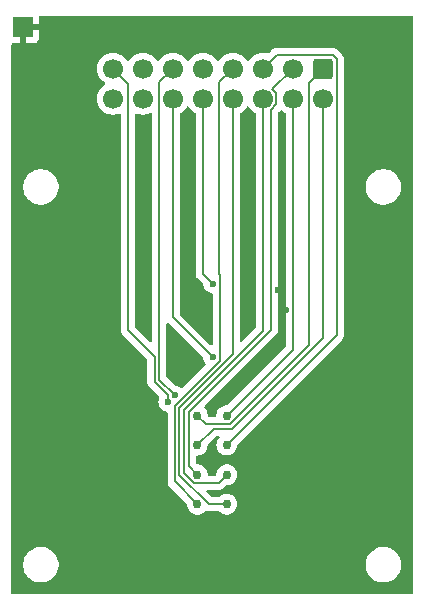
<source format=gbl>
G04 #@! TF.GenerationSoftware,KiCad,Pcbnew,8.0.5*
G04 #@! TF.CreationDate,2024-12-03T22:20:25-06:00*
G04 #@! TF.ProjectId,project,70726f6a-6563-4742-9e6b-696361645f70,rev?*
G04 #@! TF.SameCoordinates,Original*
G04 #@! TF.FileFunction,Copper,L2,Bot*
G04 #@! TF.FilePolarity,Positive*
%FSLAX46Y46*%
G04 Gerber Fmt 4.6, Leading zero omitted, Abs format (unit mm)*
G04 Created by KiCad (PCBNEW 8.0.5) date 2024-12-03 22:20:25*
%MOMM*%
%LPD*%
G01*
G04 APERTURE LIST*
G04 Aperture macros list*
%AMRoundRect*
0 Rectangle with rounded corners*
0 $1 Rounding radius*
0 $2 $3 $4 $5 $6 $7 $8 $9 X,Y pos of 4 corners*
0 Add a 4 corners polygon primitive as box body*
4,1,4,$2,$3,$4,$5,$6,$7,$8,$9,$2,$3,0*
0 Add four circle primitives for the rounded corners*
1,1,$1+$1,$2,$3*
1,1,$1+$1,$4,$5*
1,1,$1+$1,$6,$7*
1,1,$1+$1,$8,$9*
0 Add four rect primitives between the rounded corners*
20,1,$1+$1,$2,$3,$4,$5,0*
20,1,$1+$1,$4,$5,$6,$7,0*
20,1,$1+$1,$6,$7,$8,$9,0*
20,1,$1+$1,$8,$9,$2,$3,0*%
G04 Aperture macros list end*
G04 #@! TA.AperFunction,ComponentPad*
%ADD10R,1.700000X1.700000*%
G04 #@! TD*
G04 #@! TA.AperFunction,ComponentPad*
%ADD11RoundRect,0.250000X-0.600000X0.600000X-0.600000X-0.600000X0.600000X-0.600000X0.600000X0.600000X0*%
G04 #@! TD*
G04 #@! TA.AperFunction,ComponentPad*
%ADD12C,1.700000*%
G04 #@! TD*
G04 #@! TA.AperFunction,ComponentPad*
%ADD13C,0.750000*%
G04 #@! TD*
G04 #@! TA.AperFunction,ViaPad*
%ADD14C,0.600000*%
G04 #@! TD*
G04 #@! TA.AperFunction,Conductor*
%ADD15C,0.200000*%
G04 #@! TD*
G04 APERTURE END LIST*
D10*
X49780000Y-57465000D03*
D11*
X75160000Y-60965000D03*
D12*
X75160000Y-63505000D03*
X72620000Y-60965000D03*
X72620000Y-63505000D03*
X70080000Y-60965000D03*
X70080000Y-63505000D03*
X67540000Y-60965000D03*
X67540000Y-63505000D03*
X65000000Y-60965000D03*
X65000000Y-63505000D03*
X62460000Y-60965000D03*
X62460000Y-63505000D03*
X59920000Y-60965000D03*
X59920000Y-63505000D03*
X57380000Y-60965000D03*
X57380000Y-63505000D03*
D13*
X64530000Y-90335000D03*
X64530000Y-92835000D03*
X64530000Y-95335000D03*
X67030000Y-90335000D03*
X67030000Y-92835000D03*
X67030000Y-95335000D03*
X64530000Y-97835000D03*
X67030000Y-97835000D03*
D14*
X66579032Y-88579813D03*
X69025626Y-70088560D03*
X59780000Y-75465000D03*
X60280000Y-69465000D03*
X68780000Y-74965000D03*
X63780000Y-74965000D03*
X63780000Y-67965000D03*
X69780000Y-91465000D03*
X62280000Y-83465000D03*
X71380000Y-79736872D03*
X72020000Y-81363927D03*
X70280000Y-85465000D03*
X57715492Y-72890567D03*
X62635400Y-88633400D03*
X62035400Y-89179163D03*
X65840900Y-79165200D03*
X65827600Y-85387500D03*
D15*
X71780000Y-81123927D02*
X72020000Y-81363927D01*
X71380000Y-79736872D02*
X71780000Y-80136872D01*
X71780000Y-80136872D02*
X71780000Y-81123927D01*
X71230000Y-63981346D02*
X71230000Y-63028654D01*
X70780000Y-83056900D02*
X70780000Y-64431346D01*
X63829000Y-94634000D02*
X63829000Y-90007900D01*
X63829000Y-90007900D02*
X70780000Y-83056900D01*
X70780000Y-64431346D02*
X71230000Y-63981346D01*
X71230000Y-63028654D02*
X70893173Y-62691827D01*
X64530000Y-95335000D02*
X63829000Y-94634000D01*
X70893173Y-62691827D02*
X72620000Y-60965000D01*
X58650000Y-62235000D02*
X57380000Y-60965000D01*
X58650000Y-83095000D02*
X58650000Y-62235000D01*
X60909800Y-85354800D02*
X58650000Y-83095000D01*
X60909800Y-87473486D02*
X60909800Y-85354800D01*
X62035400Y-88599086D02*
X60909800Y-87473486D01*
X62035400Y-89179163D02*
X62035400Y-88599086D01*
X62635400Y-88633400D02*
X61309800Y-87307800D01*
X61309800Y-62115200D02*
X62460000Y-60965000D01*
X61309800Y-87307800D02*
X61309800Y-62115200D01*
X62608400Y-89509100D02*
X62608400Y-95913400D01*
X66441200Y-78382500D02*
X66441200Y-85676300D01*
X66386500Y-78327800D02*
X66441200Y-78382500D01*
X62608400Y-95913400D02*
X64530000Y-97835000D01*
X66386500Y-62118500D02*
X66386500Y-78327800D01*
X67540000Y-60965000D02*
X66386500Y-62118500D01*
X66441200Y-85676300D02*
X62608400Y-89509100D01*
X65926600Y-91438400D02*
X67486800Y-91438400D01*
X64530000Y-92835000D02*
X65926600Y-91438400D01*
X67486800Y-91438400D02*
X75160000Y-83765200D01*
X75160000Y-83765200D02*
X75160000Y-63505000D01*
X72620000Y-63505000D02*
X72620000Y-84745000D01*
X72620000Y-84745000D02*
X67030000Y-90335000D01*
X64231800Y-96016000D02*
X63428800Y-95213000D01*
X67030000Y-95335000D02*
X66349000Y-96016000D01*
X63428800Y-95213000D02*
X63428800Y-89820300D01*
X63428800Y-89820300D02*
X70080000Y-83169100D01*
X66349000Y-96016000D02*
X64231800Y-96016000D01*
X70080000Y-83169100D02*
X70080000Y-63505000D01*
X76338400Y-60152800D02*
X75986700Y-59801100D01*
X67030000Y-92835000D02*
X76338400Y-83526600D01*
X75986700Y-59801100D02*
X71243900Y-59801100D01*
X71243900Y-59801100D02*
X70080000Y-60965000D01*
X76338400Y-83526600D02*
X76338400Y-60152800D01*
X65000000Y-63505000D02*
X65000000Y-78324300D01*
X65000000Y-78324300D02*
X65840900Y-79165200D01*
X62460000Y-63505000D02*
X62460000Y-82019900D01*
X62460000Y-82019900D02*
X65827600Y-85387500D01*
X65233100Y-91038100D02*
X64530000Y-90335000D01*
X67308600Y-91038100D02*
X65233100Y-91038100D01*
X73960800Y-84385900D02*
X67308600Y-91038100D01*
X73960800Y-62164200D02*
X73960800Y-84385900D01*
X75160000Y-60965000D02*
X73960800Y-62164200D01*
X65484900Y-97835000D02*
X67030000Y-97835000D01*
X67540000Y-63505000D02*
X67540000Y-85143400D01*
X63008600Y-89674800D02*
X63008600Y-95358700D01*
X67540000Y-85143400D02*
X63008600Y-89674800D01*
X63008600Y-95358700D02*
X65484900Y-97835000D01*
G04 #@! TA.AperFunction,Conductor*
G36*
X71676176Y-64486918D02*
G01*
X71720523Y-64515419D01*
X71748599Y-64543495D01*
X71830699Y-64600982D01*
X71942165Y-64679032D01*
X71942167Y-64679033D01*
X71942170Y-64679035D01*
X71947898Y-64681706D01*
X72000339Y-64727872D01*
X72019500Y-64794090D01*
X72019500Y-84444903D01*
X71999815Y-84511942D01*
X71983181Y-84532584D01*
X67092584Y-89423181D01*
X67031261Y-89456666D01*
X67004903Y-89459500D01*
X66937981Y-89459500D01*
X66757966Y-89497763D01*
X66757961Y-89497765D01*
X66589839Y-89572619D01*
X66589834Y-89572621D01*
X66440951Y-89680791D01*
X66440949Y-89680793D01*
X66317804Y-89817561D01*
X66225786Y-89976940D01*
X66225783Y-89976946D01*
X66188257Y-90092442D01*
X66168915Y-90151971D01*
X66150617Y-90326066D01*
X66150565Y-90326562D01*
X66123980Y-90391176D01*
X66066683Y-90431161D01*
X66027244Y-90437600D01*
X65533198Y-90437600D01*
X65466159Y-90417915D01*
X65445517Y-90401281D01*
X65445022Y-90400786D01*
X65411537Y-90339463D01*
X65409384Y-90326084D01*
X65391085Y-90151971D01*
X65340500Y-89996287D01*
X65334216Y-89976946D01*
X65334213Y-89976940D01*
X65242195Y-89817560D01*
X65143912Y-89708405D01*
X65113682Y-89645413D01*
X65122308Y-89576078D01*
X65148378Y-89537755D01*
X71138506Y-83547628D01*
X71138511Y-83547624D01*
X71148714Y-83537420D01*
X71148716Y-83537420D01*
X71260520Y-83425616D01*
X71339577Y-83288684D01*
X71380500Y-83135957D01*
X71380500Y-64731442D01*
X71400185Y-64664403D01*
X71416815Y-64643765D01*
X71545161Y-64515418D01*
X71606484Y-64481934D01*
X71676176Y-64486918D01*
G37*
G04 #@! TD.AperFunction*
G04 #@! TA.AperFunction,Conductor*
G36*
X62115503Y-82525084D02*
G01*
X62121981Y-82531116D01*
X64996898Y-85406034D01*
X65030383Y-85467357D01*
X65032437Y-85479831D01*
X65042230Y-85566749D01*
X65101810Y-85737021D01*
X65197784Y-85889762D01*
X65200462Y-85892440D01*
X65201639Y-85894595D01*
X65202125Y-85895205D01*
X65202018Y-85895290D01*
X65233947Y-85953763D01*
X65228963Y-86023455D01*
X65200462Y-86067802D01*
X63285590Y-87982673D01*
X63224267Y-88016158D01*
X63154575Y-88011174D01*
X63131937Y-87999986D01*
X62984922Y-87907610D01*
X62814649Y-87848030D01*
X62727730Y-87838237D01*
X62663316Y-87811170D01*
X62653933Y-87802698D01*
X61946619Y-87095384D01*
X61913134Y-87034061D01*
X61910300Y-87007703D01*
X61910300Y-82618797D01*
X61929985Y-82551758D01*
X61982789Y-82506003D01*
X62051947Y-82496059D01*
X62115503Y-82525084D01*
G37*
G04 #@! TD.AperFunction*
G04 #@! TA.AperFunction,Conductor*
G36*
X63814855Y-64171546D02*
G01*
X63831575Y-64190842D01*
X63961500Y-64376395D01*
X63961505Y-64376401D01*
X64128599Y-64543495D01*
X64210699Y-64600982D01*
X64322165Y-64679032D01*
X64322167Y-64679033D01*
X64322170Y-64679035D01*
X64327898Y-64681706D01*
X64380339Y-64727872D01*
X64399500Y-64794090D01*
X64399500Y-78237630D01*
X64399499Y-78237648D01*
X64399499Y-78403354D01*
X64399498Y-78403354D01*
X64440423Y-78556085D01*
X64442446Y-78559589D01*
X64442447Y-78559591D01*
X64519477Y-78693012D01*
X64519481Y-78693017D01*
X64638349Y-78811885D01*
X64638355Y-78811890D01*
X65010198Y-79183733D01*
X65043683Y-79245056D01*
X65045737Y-79257530D01*
X65055530Y-79344449D01*
X65115110Y-79514721D01*
X65115111Y-79514722D01*
X65211084Y-79667462D01*
X65338638Y-79795016D01*
X65491378Y-79890989D01*
X65661645Y-79950568D01*
X65730585Y-79958335D01*
X65794996Y-79985400D01*
X65834552Y-80042995D01*
X65840700Y-80081555D01*
X65840700Y-84252002D01*
X65821015Y-84319041D01*
X65768211Y-84364796D01*
X65699053Y-84374740D01*
X65635497Y-84345715D01*
X65629019Y-84339683D01*
X63096819Y-81807483D01*
X63063334Y-81746160D01*
X63060500Y-81719802D01*
X63060500Y-64794090D01*
X63080185Y-64727051D01*
X63132101Y-64681706D01*
X63137830Y-64679035D01*
X63331401Y-64543495D01*
X63498495Y-64376401D01*
X63628425Y-64190842D01*
X63683002Y-64147217D01*
X63752500Y-64140023D01*
X63814855Y-64171546D01*
G37*
G04 #@! TD.AperFunction*
G04 #@! TA.AperFunction,Conductor*
G36*
X60665756Y-64727341D02*
G01*
X60703996Y-64785818D01*
X60709300Y-64821696D01*
X60709300Y-84005703D01*
X60689615Y-84072742D01*
X60636811Y-84118497D01*
X60567653Y-84128441D01*
X60504097Y-84099416D01*
X60497619Y-84093384D01*
X59286819Y-82882584D01*
X59253334Y-82821261D01*
X59250500Y-82794903D01*
X59250500Y-64877560D01*
X59270185Y-64810521D01*
X59322989Y-64764766D01*
X59392147Y-64754822D01*
X59426900Y-64765176D01*
X59456337Y-64778903D01*
X59684592Y-64840063D01*
X59872918Y-64856539D01*
X59919999Y-64860659D01*
X59920000Y-64860659D01*
X59920001Y-64860659D01*
X59959234Y-64857226D01*
X60155408Y-64840063D01*
X60383663Y-64778903D01*
X60532897Y-64709313D01*
X60601972Y-64698822D01*
X60665756Y-64727341D01*
G37*
G04 #@! TD.AperFunction*
G04 #@! TA.AperFunction,Conductor*
G36*
X68894855Y-64171546D02*
G01*
X68911575Y-64190842D01*
X69041500Y-64376395D01*
X69041505Y-64376401D01*
X69208599Y-64543495D01*
X69290699Y-64600982D01*
X69402165Y-64679032D01*
X69402167Y-64679033D01*
X69402170Y-64679035D01*
X69407898Y-64681706D01*
X69460339Y-64727872D01*
X69479500Y-64794090D01*
X69479500Y-82869003D01*
X69459815Y-82936042D01*
X69443181Y-82956684D01*
X68352181Y-84047684D01*
X68290858Y-84081169D01*
X68221166Y-84076185D01*
X68165233Y-84034313D01*
X68140816Y-83968849D01*
X68140500Y-83960003D01*
X68140500Y-64794090D01*
X68160185Y-64727051D01*
X68212101Y-64681706D01*
X68217830Y-64679035D01*
X68411401Y-64543495D01*
X68578495Y-64376401D01*
X68708425Y-64190842D01*
X68763002Y-64147217D01*
X68832500Y-64140023D01*
X68894855Y-64171546D01*
G37*
G04 #@! TD.AperFunction*
G04 #@! TA.AperFunction,Conductor*
G36*
X82722539Y-56485185D02*
G01*
X82768294Y-56537989D01*
X82779500Y-56589500D01*
X82779500Y-105340500D01*
X82759815Y-105407539D01*
X82707011Y-105453294D01*
X82655500Y-105464500D01*
X48904500Y-105464500D01*
X48837461Y-105444815D01*
X48791706Y-105392011D01*
X48780500Y-105340500D01*
X48780500Y-102846902D01*
X49779500Y-102846902D01*
X49779500Y-103083097D01*
X49816446Y-103316368D01*
X49889433Y-103540996D01*
X49996657Y-103751433D01*
X50135483Y-103942510D01*
X50302490Y-104109517D01*
X50493567Y-104248343D01*
X50592991Y-104299002D01*
X50704003Y-104355566D01*
X50704005Y-104355566D01*
X50704008Y-104355568D01*
X50824412Y-104394689D01*
X50928631Y-104428553D01*
X51161903Y-104465500D01*
X51161908Y-104465500D01*
X51398097Y-104465500D01*
X51631368Y-104428553D01*
X51855992Y-104355568D01*
X52066433Y-104248343D01*
X52257510Y-104109517D01*
X52424517Y-103942510D01*
X52563343Y-103751433D01*
X52670568Y-103540992D01*
X52743553Y-103316368D01*
X52780500Y-103083097D01*
X52780500Y-102846902D01*
X78779500Y-102846902D01*
X78779500Y-103083097D01*
X78816446Y-103316368D01*
X78889433Y-103540996D01*
X78996657Y-103751433D01*
X79135483Y-103942510D01*
X79302490Y-104109517D01*
X79493567Y-104248343D01*
X79592991Y-104299002D01*
X79704003Y-104355566D01*
X79704005Y-104355566D01*
X79704008Y-104355568D01*
X79824412Y-104394689D01*
X79928631Y-104428553D01*
X80161903Y-104465500D01*
X80161908Y-104465500D01*
X80398097Y-104465500D01*
X80631368Y-104428553D01*
X80855992Y-104355568D01*
X81066433Y-104248343D01*
X81257510Y-104109517D01*
X81424517Y-103942510D01*
X81563343Y-103751433D01*
X81670568Y-103540992D01*
X81743553Y-103316368D01*
X81780500Y-103083097D01*
X81780500Y-102846902D01*
X81743553Y-102613631D01*
X81670566Y-102389003D01*
X81563342Y-102178566D01*
X81424517Y-101987490D01*
X81257510Y-101820483D01*
X81066433Y-101681657D01*
X80855996Y-101574433D01*
X80631368Y-101501446D01*
X80398097Y-101464500D01*
X80398092Y-101464500D01*
X80161908Y-101464500D01*
X80161903Y-101464500D01*
X79928631Y-101501446D01*
X79704003Y-101574433D01*
X79493566Y-101681657D01*
X79384550Y-101760862D01*
X79302490Y-101820483D01*
X79302488Y-101820485D01*
X79302487Y-101820485D01*
X79135485Y-101987487D01*
X79135485Y-101987488D01*
X79135483Y-101987490D01*
X79075862Y-102069550D01*
X78996657Y-102178566D01*
X78889433Y-102389003D01*
X78816446Y-102613631D01*
X78779500Y-102846902D01*
X52780500Y-102846902D01*
X52743553Y-102613631D01*
X52670566Y-102389003D01*
X52563342Y-102178566D01*
X52424517Y-101987490D01*
X52257510Y-101820483D01*
X52066433Y-101681657D01*
X51855996Y-101574433D01*
X51631368Y-101501446D01*
X51398097Y-101464500D01*
X51398092Y-101464500D01*
X51161908Y-101464500D01*
X51161903Y-101464500D01*
X50928631Y-101501446D01*
X50704003Y-101574433D01*
X50493566Y-101681657D01*
X50384550Y-101760862D01*
X50302490Y-101820483D01*
X50302488Y-101820485D01*
X50302487Y-101820485D01*
X50135485Y-101987487D01*
X50135485Y-101987488D01*
X50135483Y-101987490D01*
X50075862Y-102069550D01*
X49996657Y-102178566D01*
X49889433Y-102389003D01*
X49816446Y-102613631D01*
X49779500Y-102846902D01*
X48780500Y-102846902D01*
X48780500Y-70846902D01*
X49779500Y-70846902D01*
X49779500Y-71083097D01*
X49816446Y-71316368D01*
X49889433Y-71540996D01*
X49996657Y-71751433D01*
X50135483Y-71942510D01*
X50302490Y-72109517D01*
X50493567Y-72248343D01*
X50592991Y-72299002D01*
X50704003Y-72355566D01*
X50704005Y-72355566D01*
X50704008Y-72355568D01*
X50824412Y-72394689D01*
X50928631Y-72428553D01*
X51161903Y-72465500D01*
X51161908Y-72465500D01*
X51398097Y-72465500D01*
X51631368Y-72428553D01*
X51855992Y-72355568D01*
X52066433Y-72248343D01*
X52257510Y-72109517D01*
X52424517Y-71942510D01*
X52563343Y-71751433D01*
X52670568Y-71540992D01*
X52743553Y-71316368D01*
X52780500Y-71083097D01*
X52780500Y-70846902D01*
X52743553Y-70613631D01*
X52670566Y-70389003D01*
X52563342Y-70178566D01*
X52424517Y-69987490D01*
X52257510Y-69820483D01*
X52066433Y-69681657D01*
X51855996Y-69574433D01*
X51631368Y-69501446D01*
X51398097Y-69464500D01*
X51398092Y-69464500D01*
X51161908Y-69464500D01*
X51161903Y-69464500D01*
X50928631Y-69501446D01*
X50704003Y-69574433D01*
X50493566Y-69681657D01*
X50384550Y-69760862D01*
X50302490Y-69820483D01*
X50302488Y-69820485D01*
X50302487Y-69820485D01*
X50135485Y-69987487D01*
X50135485Y-69987488D01*
X50135483Y-69987490D01*
X50075862Y-70069550D01*
X49996657Y-70178566D01*
X49889433Y-70389003D01*
X49816446Y-70613631D01*
X49779500Y-70846902D01*
X48780500Y-70846902D01*
X48780500Y-60964999D01*
X56024341Y-60964999D01*
X56024341Y-60965000D01*
X56044936Y-61200403D01*
X56044938Y-61200413D01*
X56106094Y-61428655D01*
X56106096Y-61428659D01*
X56106097Y-61428663D01*
X56110000Y-61437032D01*
X56205965Y-61642830D01*
X56205967Y-61642834D01*
X56314281Y-61797521D01*
X56341501Y-61836396D01*
X56341506Y-61836402D01*
X56508597Y-62003493D01*
X56508603Y-62003498D01*
X56694158Y-62133425D01*
X56737783Y-62188002D01*
X56744977Y-62257500D01*
X56713454Y-62319855D01*
X56694158Y-62336575D01*
X56508597Y-62466505D01*
X56341505Y-62633597D01*
X56205965Y-62827169D01*
X56205964Y-62827171D01*
X56106098Y-63041335D01*
X56106094Y-63041344D01*
X56044938Y-63269586D01*
X56044936Y-63269596D01*
X56024341Y-63504999D01*
X56024341Y-63505000D01*
X56044936Y-63740403D01*
X56044938Y-63740413D01*
X56106094Y-63968655D01*
X56106096Y-63968659D01*
X56106097Y-63968663D01*
X56110000Y-63977032D01*
X56205965Y-64182830D01*
X56205967Y-64182834D01*
X56314281Y-64337521D01*
X56341505Y-64376401D01*
X56508599Y-64543495D01*
X56590699Y-64600982D01*
X56702165Y-64679032D01*
X56702167Y-64679033D01*
X56702170Y-64679035D01*
X56916337Y-64778903D01*
X57144592Y-64840063D01*
X57332918Y-64856539D01*
X57379999Y-64860659D01*
X57380000Y-64860659D01*
X57380001Y-64860659D01*
X57419234Y-64857226D01*
X57615408Y-64840063D01*
X57843663Y-64778903D01*
X57873097Y-64765177D01*
X57942171Y-64754686D01*
X58005956Y-64783205D01*
X58044196Y-64841681D01*
X58049500Y-64877560D01*
X58049500Y-83008330D01*
X58049499Y-83008348D01*
X58049499Y-83174054D01*
X58049498Y-83174054D01*
X58090423Y-83326785D01*
X58119358Y-83376900D01*
X58119359Y-83376904D01*
X58119360Y-83376904D01*
X58169479Y-83463714D01*
X58169481Y-83463717D01*
X58288349Y-83582585D01*
X58288355Y-83582590D01*
X60272981Y-85567216D01*
X60306466Y-85628539D01*
X60309300Y-85654897D01*
X60309300Y-87386816D01*
X60309299Y-87386834D01*
X60309299Y-87552540D01*
X60309298Y-87552540D01*
X60350223Y-87705271D01*
X60379158Y-87755386D01*
X60379159Y-87755390D01*
X60379160Y-87755390D01*
X60429279Y-87842200D01*
X60429281Y-87842203D01*
X60548149Y-87961071D01*
X60548155Y-87961076D01*
X61282280Y-88695202D01*
X61315765Y-88756525D01*
X61311641Y-88823837D01*
X61250032Y-88999905D01*
X61250030Y-88999913D01*
X61229835Y-89179159D01*
X61229835Y-89179166D01*
X61250030Y-89358412D01*
X61250031Y-89358417D01*
X61309611Y-89528686D01*
X61339390Y-89576078D01*
X61405584Y-89681425D01*
X61533138Y-89808979D01*
X61685878Y-89904952D01*
X61856145Y-89964531D01*
X61897784Y-89969222D01*
X61962195Y-89996287D01*
X62001752Y-90053881D01*
X62007900Y-90092442D01*
X62007900Y-95826730D01*
X62007899Y-95826748D01*
X62007899Y-95992454D01*
X62007898Y-95992454D01*
X62007899Y-95992457D01*
X62036013Y-96097380D01*
X62048824Y-96145187D01*
X62064440Y-96172234D01*
X62064441Y-96172236D01*
X62127877Y-96282112D01*
X62127881Y-96282117D01*
X62246749Y-96400985D01*
X62246755Y-96400990D01*
X63614977Y-97769213D01*
X63648462Y-97830536D01*
X63650616Y-97843928D01*
X63668915Y-98018029D01*
X63668916Y-98018032D01*
X63725783Y-98193053D01*
X63725786Y-98193059D01*
X63817805Y-98352440D01*
X63892592Y-98435500D01*
X63940949Y-98489206D01*
X63940951Y-98489208D01*
X64089834Y-98597378D01*
X64089835Y-98597378D01*
X64089839Y-98597381D01*
X64226953Y-98658428D01*
X64257961Y-98672234D01*
X64257966Y-98672236D01*
X64437981Y-98710500D01*
X64622019Y-98710500D01*
X64802034Y-98672236D01*
X64970161Y-98597381D01*
X65119050Y-98489207D01*
X65162906Y-98440499D01*
X65222392Y-98403851D01*
X65287147Y-98403696D01*
X65405843Y-98435501D01*
X65405846Y-98435501D01*
X65571553Y-98435501D01*
X65571569Y-98435500D01*
X66337383Y-98435500D01*
X66404422Y-98455185D01*
X66429533Y-98476528D01*
X66440944Y-98489202D01*
X66440951Y-98489208D01*
X66589834Y-98597378D01*
X66589835Y-98597378D01*
X66589839Y-98597381D01*
X66726953Y-98658428D01*
X66757961Y-98672234D01*
X66757966Y-98672236D01*
X66937981Y-98710500D01*
X67122019Y-98710500D01*
X67302034Y-98672236D01*
X67470161Y-98597381D01*
X67619050Y-98489207D01*
X67742195Y-98352440D01*
X67834214Y-98193059D01*
X67891085Y-98018029D01*
X67910322Y-97835000D01*
X67891085Y-97651971D01*
X67834214Y-97476941D01*
X67742195Y-97317560D01*
X67619050Y-97180793D01*
X67619048Y-97180791D01*
X67470165Y-97072621D01*
X67470162Y-97072619D01*
X67470161Y-97072619D01*
X67409112Y-97045438D01*
X67302038Y-96997765D01*
X67302033Y-96997763D01*
X67122019Y-96959500D01*
X66937981Y-96959500D01*
X66757966Y-96997763D01*
X66757961Y-96997765D01*
X66589839Y-97072619D01*
X66589834Y-97072621D01*
X66440951Y-97180791D01*
X66440944Y-97180797D01*
X66429533Y-97193472D01*
X66370047Y-97230121D01*
X66337383Y-97234500D01*
X65784997Y-97234500D01*
X65717958Y-97214815D01*
X65697316Y-97198181D01*
X65327316Y-96828181D01*
X65293831Y-96766858D01*
X65298815Y-96697166D01*
X65340687Y-96641233D01*
X65406151Y-96616816D01*
X65414997Y-96616500D01*
X66262331Y-96616500D01*
X66262347Y-96616501D01*
X66269943Y-96616501D01*
X66428054Y-96616501D01*
X66428057Y-96616501D01*
X66580785Y-96575577D01*
X66630904Y-96546639D01*
X66717716Y-96496520D01*
X66829520Y-96384716D01*
X66829521Y-96384713D01*
X66967417Y-96246817D01*
X67028740Y-96213334D01*
X67055097Y-96210500D01*
X67122019Y-96210500D01*
X67302034Y-96172236D01*
X67470161Y-96097381D01*
X67619050Y-95989207D01*
X67742195Y-95852440D01*
X67834214Y-95693059D01*
X67891085Y-95518029D01*
X67910322Y-95335000D01*
X67891085Y-95151971D01*
X67834214Y-94976941D01*
X67742195Y-94817560D01*
X67619050Y-94680793D01*
X67619048Y-94680791D01*
X67470165Y-94572621D01*
X67470162Y-94572619D01*
X67470161Y-94572619D01*
X67409112Y-94545438D01*
X67302038Y-94497765D01*
X67302033Y-94497763D01*
X67122019Y-94459500D01*
X66937981Y-94459500D01*
X66757966Y-94497763D01*
X66757961Y-94497765D01*
X66589839Y-94572619D01*
X66589834Y-94572621D01*
X66440951Y-94680791D01*
X66440949Y-94680793D01*
X66317804Y-94817561D01*
X66225786Y-94976940D01*
X66225783Y-94976946D01*
X66168916Y-95151967D01*
X66168915Y-95151971D01*
X66152888Y-95304462D01*
X66126303Y-95369076D01*
X66069006Y-95409061D01*
X66029567Y-95415500D01*
X65530433Y-95415500D01*
X65463394Y-95395815D01*
X65417639Y-95343011D01*
X65407112Y-95304462D01*
X65391085Y-95151971D01*
X65334214Y-94976941D01*
X65242195Y-94817560D01*
X65119050Y-94680793D01*
X65119048Y-94680791D01*
X64970165Y-94572621D01*
X64970162Y-94572619D01*
X64970161Y-94572619D01*
X64909112Y-94545438D01*
X64802038Y-94497765D01*
X64802033Y-94497763D01*
X64622019Y-94459500D01*
X64555098Y-94459500D01*
X64488059Y-94439815D01*
X64467389Y-94423154D01*
X64465791Y-94421555D01*
X64432326Y-94360221D01*
X64429500Y-94333901D01*
X64429500Y-93834500D01*
X64449185Y-93767461D01*
X64501989Y-93721706D01*
X64553500Y-93710500D01*
X64622019Y-93710500D01*
X64802034Y-93672236D01*
X64970161Y-93597381D01*
X65119050Y-93489207D01*
X65242195Y-93352440D01*
X65334214Y-93193059D01*
X65391085Y-93018029D01*
X65409383Y-92843926D01*
X65435966Y-92779316D01*
X65445012Y-92769221D01*
X66139017Y-92075219D01*
X66200340Y-92041734D01*
X66226698Y-92038900D01*
X66290203Y-92038900D01*
X66357242Y-92058585D01*
X66402997Y-92111389D01*
X66412941Y-92180547D01*
X66383916Y-92244103D01*
X66382353Y-92245872D01*
X66317804Y-92317561D01*
X66225786Y-92476940D01*
X66225783Y-92476946D01*
X66168916Y-92651967D01*
X66168915Y-92651971D01*
X66149678Y-92835000D01*
X66168915Y-93018029D01*
X66168916Y-93018032D01*
X66225783Y-93193053D01*
X66225786Y-93193059D01*
X66317805Y-93352440D01*
X66427327Y-93474077D01*
X66440949Y-93489206D01*
X66440951Y-93489208D01*
X66589834Y-93597378D01*
X66589835Y-93597378D01*
X66589839Y-93597381D01*
X66726953Y-93658428D01*
X66757961Y-93672234D01*
X66757966Y-93672236D01*
X66937981Y-93710500D01*
X67122019Y-93710500D01*
X67302034Y-93672236D01*
X67470161Y-93597381D01*
X67619050Y-93489207D01*
X67742195Y-93352440D01*
X67834214Y-93193059D01*
X67891085Y-93018029D01*
X67909383Y-92843928D01*
X67935968Y-92779316D01*
X67945023Y-92769211D01*
X69505537Y-91208697D01*
X76818920Y-83895316D01*
X76897977Y-83758384D01*
X76938901Y-83605657D01*
X76938901Y-83447542D01*
X76938901Y-83439947D01*
X76938900Y-83439929D01*
X76938900Y-70846902D01*
X78779500Y-70846902D01*
X78779500Y-71083097D01*
X78816446Y-71316368D01*
X78889433Y-71540996D01*
X78996657Y-71751433D01*
X79135483Y-71942510D01*
X79302490Y-72109517D01*
X79493567Y-72248343D01*
X79592991Y-72299002D01*
X79704003Y-72355566D01*
X79704005Y-72355566D01*
X79704008Y-72355568D01*
X79824412Y-72394689D01*
X79928631Y-72428553D01*
X80161903Y-72465500D01*
X80161908Y-72465500D01*
X80398097Y-72465500D01*
X80631368Y-72428553D01*
X80855992Y-72355568D01*
X81066433Y-72248343D01*
X81257510Y-72109517D01*
X81424517Y-71942510D01*
X81563343Y-71751433D01*
X81670568Y-71540992D01*
X81743553Y-71316368D01*
X81780500Y-71083097D01*
X81780500Y-70846902D01*
X81743553Y-70613631D01*
X81670566Y-70389003D01*
X81563342Y-70178566D01*
X81424517Y-69987490D01*
X81257510Y-69820483D01*
X81066433Y-69681657D01*
X80855996Y-69574433D01*
X80631368Y-69501446D01*
X80398097Y-69464500D01*
X80398092Y-69464500D01*
X80161908Y-69464500D01*
X80161903Y-69464500D01*
X79928631Y-69501446D01*
X79704003Y-69574433D01*
X79493566Y-69681657D01*
X79384550Y-69760862D01*
X79302490Y-69820483D01*
X79302488Y-69820485D01*
X79302487Y-69820485D01*
X79135485Y-69987487D01*
X79135485Y-69987488D01*
X79135483Y-69987490D01*
X79075862Y-70069550D01*
X78996657Y-70178566D01*
X78889433Y-70389003D01*
X78816446Y-70613631D01*
X78779500Y-70846902D01*
X76938900Y-70846902D01*
X76938900Y-60241859D01*
X76938901Y-60241846D01*
X76938901Y-60073745D01*
X76938901Y-60073743D01*
X76897977Y-59921015D01*
X76869039Y-59870895D01*
X76818920Y-59784084D01*
X76707116Y-59672280D01*
X76707115Y-59672279D01*
X76702785Y-59667949D01*
X76702774Y-59667939D01*
X76474290Y-59439455D01*
X76474288Y-59439452D01*
X76355417Y-59320581D01*
X76355416Y-59320580D01*
X76268604Y-59270460D01*
X76268604Y-59270459D01*
X76268600Y-59270458D01*
X76218485Y-59241523D01*
X76065757Y-59200599D01*
X75907643Y-59200599D01*
X75900047Y-59200599D01*
X75900031Y-59200600D01*
X71322957Y-59200600D01*
X71164843Y-59200600D01*
X71012115Y-59241523D01*
X71012114Y-59241523D01*
X71012112Y-59241524D01*
X71012109Y-59241525D01*
X70961996Y-59270459D01*
X70961995Y-59270460D01*
X70918589Y-59295520D01*
X70875185Y-59320579D01*
X70875182Y-59320581D01*
X70763378Y-59432386D01*
X70563530Y-59632233D01*
X70502207Y-59665718D01*
X70443756Y-59664327D01*
X70315413Y-59629938D01*
X70315403Y-59629936D01*
X70080001Y-59609341D01*
X70079999Y-59609341D01*
X69844596Y-59629936D01*
X69844586Y-59629938D01*
X69616344Y-59691094D01*
X69616335Y-59691098D01*
X69402171Y-59790964D01*
X69402169Y-59790965D01*
X69208597Y-59926505D01*
X69041505Y-60093597D01*
X68911575Y-60279158D01*
X68856998Y-60322783D01*
X68787500Y-60329977D01*
X68725145Y-60298454D01*
X68708425Y-60279158D01*
X68578494Y-60093597D01*
X68411402Y-59926506D01*
X68411395Y-59926501D01*
X68217834Y-59790967D01*
X68217830Y-59790965D01*
X68203074Y-59784084D01*
X68003663Y-59691097D01*
X68003659Y-59691096D01*
X68003655Y-59691094D01*
X67775413Y-59629938D01*
X67775403Y-59629936D01*
X67540001Y-59609341D01*
X67539999Y-59609341D01*
X67304596Y-59629936D01*
X67304586Y-59629938D01*
X67076344Y-59691094D01*
X67076335Y-59691098D01*
X66862171Y-59790964D01*
X66862169Y-59790965D01*
X66668597Y-59926505D01*
X66501505Y-60093597D01*
X66371575Y-60279158D01*
X66316998Y-60322783D01*
X66247500Y-60329977D01*
X66185145Y-60298454D01*
X66168425Y-60279158D01*
X66038494Y-60093597D01*
X65871402Y-59926506D01*
X65871395Y-59926501D01*
X65677834Y-59790967D01*
X65677830Y-59790965D01*
X65663074Y-59784084D01*
X65463663Y-59691097D01*
X65463659Y-59691096D01*
X65463655Y-59691094D01*
X65235413Y-59629938D01*
X65235403Y-59629936D01*
X65000001Y-59609341D01*
X64999999Y-59609341D01*
X64764596Y-59629936D01*
X64764586Y-59629938D01*
X64536344Y-59691094D01*
X64536335Y-59691098D01*
X64322171Y-59790964D01*
X64322169Y-59790965D01*
X64128597Y-59926505D01*
X63961505Y-60093597D01*
X63831575Y-60279158D01*
X63776998Y-60322783D01*
X63707500Y-60329977D01*
X63645145Y-60298454D01*
X63628425Y-60279158D01*
X63498494Y-60093597D01*
X63331402Y-59926506D01*
X63331395Y-59926501D01*
X63137834Y-59790967D01*
X63137830Y-59790965D01*
X63123074Y-59784084D01*
X62923663Y-59691097D01*
X62923659Y-59691096D01*
X62923655Y-59691094D01*
X62695413Y-59629938D01*
X62695403Y-59629936D01*
X62460001Y-59609341D01*
X62459999Y-59609341D01*
X62224596Y-59629936D01*
X62224586Y-59629938D01*
X61996344Y-59691094D01*
X61996335Y-59691098D01*
X61782171Y-59790964D01*
X61782169Y-59790965D01*
X61588597Y-59926505D01*
X61421505Y-60093597D01*
X61291575Y-60279158D01*
X61236998Y-60322783D01*
X61167500Y-60329977D01*
X61105145Y-60298454D01*
X61088425Y-60279158D01*
X60958494Y-60093597D01*
X60791402Y-59926506D01*
X60791395Y-59926501D01*
X60597834Y-59790967D01*
X60597830Y-59790965D01*
X60583074Y-59784084D01*
X60383663Y-59691097D01*
X60383659Y-59691096D01*
X60383655Y-59691094D01*
X60155413Y-59629938D01*
X60155403Y-59629936D01*
X59920001Y-59609341D01*
X59919999Y-59609341D01*
X59684596Y-59629936D01*
X59684586Y-59629938D01*
X59456344Y-59691094D01*
X59456335Y-59691098D01*
X59242171Y-59790964D01*
X59242169Y-59790965D01*
X59048597Y-59926505D01*
X58881505Y-60093597D01*
X58751575Y-60279158D01*
X58696998Y-60322783D01*
X58627500Y-60329977D01*
X58565145Y-60298454D01*
X58548425Y-60279158D01*
X58418494Y-60093597D01*
X58251402Y-59926506D01*
X58251395Y-59926501D01*
X58057834Y-59790967D01*
X58057830Y-59790965D01*
X58043074Y-59784084D01*
X57843663Y-59691097D01*
X57843659Y-59691096D01*
X57843655Y-59691094D01*
X57615413Y-59629938D01*
X57615403Y-59629936D01*
X57380001Y-59609341D01*
X57379999Y-59609341D01*
X57144596Y-59629936D01*
X57144586Y-59629938D01*
X56916344Y-59691094D01*
X56916335Y-59691098D01*
X56702171Y-59790964D01*
X56702169Y-59790965D01*
X56508597Y-59926505D01*
X56341505Y-60093597D01*
X56205965Y-60287169D01*
X56205964Y-60287171D01*
X56106098Y-60501335D01*
X56106094Y-60501344D01*
X56044938Y-60729586D01*
X56044936Y-60729596D01*
X56024341Y-60964999D01*
X48780500Y-60964999D01*
X48780500Y-58939000D01*
X48800185Y-58871961D01*
X48852989Y-58826206D01*
X48904500Y-58815000D01*
X49530000Y-58815000D01*
X49530000Y-57898012D01*
X49587007Y-57930925D01*
X49714174Y-57965000D01*
X49845826Y-57965000D01*
X49972993Y-57930925D01*
X50030000Y-57898012D01*
X50030000Y-58815000D01*
X50677828Y-58815000D01*
X50677844Y-58814999D01*
X50737372Y-58808598D01*
X50737379Y-58808596D01*
X50872086Y-58758354D01*
X50872093Y-58758350D01*
X50987187Y-58672190D01*
X50987190Y-58672187D01*
X51073350Y-58557093D01*
X51073354Y-58557086D01*
X51123596Y-58422379D01*
X51123598Y-58422372D01*
X51129999Y-58362844D01*
X51130000Y-58362827D01*
X51130000Y-57715000D01*
X50213012Y-57715000D01*
X50245925Y-57657993D01*
X50280000Y-57530826D01*
X50280000Y-57399174D01*
X50245925Y-57272007D01*
X50213012Y-57215000D01*
X51130000Y-57215000D01*
X51130000Y-56589500D01*
X51149685Y-56522461D01*
X51202489Y-56476706D01*
X51254000Y-56465500D01*
X82655500Y-56465500D01*
X82722539Y-56485185D01*
G37*
G04 #@! TD.AperFunction*
M02*

</source>
